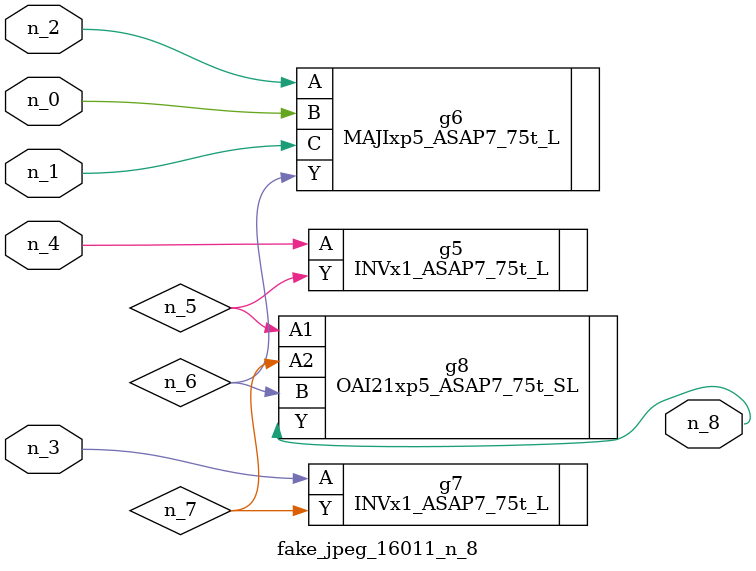
<source format=v>
module fake_jpeg_16011_n_8 (n_3, n_2, n_1, n_0, n_4, n_8);

input n_3;
input n_2;
input n_1;
input n_0;
input n_4;

output n_8;

wire n_6;
wire n_5;
wire n_7;

INVx1_ASAP7_75t_L g5 ( 
.A(n_4),
.Y(n_5)
);

MAJIxp5_ASAP7_75t_L g6 ( 
.A(n_2),
.B(n_0),
.C(n_1),
.Y(n_6)
);

INVx1_ASAP7_75t_L g7 ( 
.A(n_3),
.Y(n_7)
);

OAI21xp5_ASAP7_75t_SL g8 ( 
.A1(n_5),
.A2(n_7),
.B(n_6),
.Y(n_8)
);


endmodule
</source>
